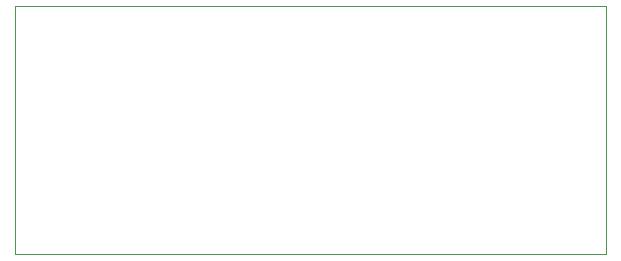
<source format=gbr>
G04 #@! TF.GenerationSoftware,KiCad,Pcbnew,5.1.5+dfsg1-2build2*
G04 #@! TF.CreationDate,2021-07-26T09:56:11+01:00*
G04 #@! TF.ProjectId,picopak,7069636f-7061-46b2-9e6b-696361645f70,rev?*
G04 #@! TF.SameCoordinates,Original*
G04 #@! TF.FileFunction,Profile,NP*
%FSLAX46Y46*%
G04 Gerber Fmt 4.6, Leading zero omitted, Abs format (unit mm)*
G04 Created by KiCad (PCBNEW 5.1.5+dfsg1-2build2) date 2021-07-26 09:56:11*
%MOMM*%
%LPD*%
G04 APERTURE LIST*
%ADD10C,0.050000*%
G04 APERTURE END LIST*
D10*
X160000000Y-69000000D02*
X160000000Y-70000000D01*
X210000000Y-69000000D02*
X160000000Y-69000000D01*
X210000000Y-70000000D02*
X210000000Y-69000000D01*
X160000000Y-70000000D02*
X160000000Y-90000000D01*
X210000000Y-90000000D02*
X210000000Y-70000000D01*
X160000000Y-90000000D02*
X210000000Y-90000000D01*
M02*

</source>
